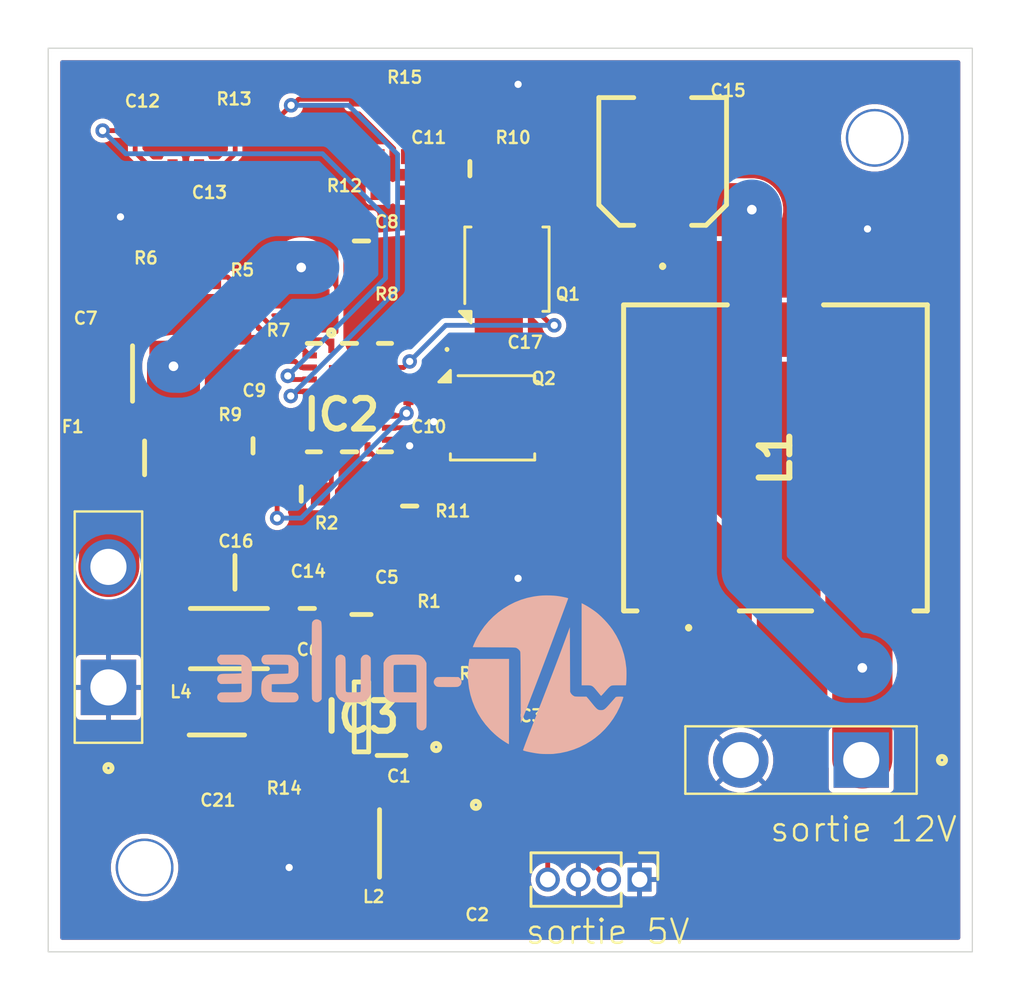
<source format=kicad_pcb>
(kicad_pcb (version 20241229) (generator "pcbnew") (generator_version "9.0")
  (layers (0 "F.Cu" signal) (2 "B.Cu" signal) (13 "F.Paste" user) (15 "B.Paste" user) (5 "F.SilkS" user "F.Silkscreen") (7 "B.SilkS" user "B.Silkscreen") (1 "F.Mask" user) (3 "B.Mask" user) (25 "Edge.Cuts" user))
  (net 0 "")
  (net 1 "Net-(IC3-EN)")
  (net 2 "GND")
  (net 3 "Net-(IC3-CB)")
  (net 4 "Net-(IC3-SW)")
  (net 5 "Net-(IC3-FB)")
  (net 6 "Net-(IC2-SW)")
  (net 7 "Net-(IC2-HO)")
  (net 8 "Net-(IC2-VIN)")
  (net 9 "Net-(IC2-LO)")
  (net 10 "Net-(IC2-VCC)")
  (net 11 "Net-(IC2-SYNCIN)")
  (net 12 "Net-(IC2-PGOOD)")
  (net 13 "Net-(IC2-BST)")
  (net 14 "Net-(C12-Pad2)")
  (net 15 "Net-(IC2-ILIM)")
  (net 16 "Net-(C11-Pad1)")
  (net 17 "Net-(C21-Pad1)")
  (net 20 "Net-(IC2-RT)")
  (net 21 "Net-(IC2-EN{slash}UVLO)")
  (net 23 "Net-(IC2-SS{slash}TRK)")
  (net 24 "Net-(IC2-COMP)")
  (net 25 "Net-(IC2-FB)")
  (net 26 "Net-(C15-+)")
  (net 28 "Net-(C16-Pad1)")
  (net 29 "Net-(J4-Pin_2)")
  (net 30 "Net-(F1-Pad1)")
  (footprint "converter:SOT95P280X145-6N" (layer "F.Cu") (at 177 101.75 180)
    (property "Reference" "IC3" (at 0 0 180) (layer "F.SilkS") (effects (font (size 1.27 1.27) (thickness 0.254))))
    (property "Value" "LMR50410YQDBVRQ1" (hide yes))
    (pad "1" smd rect (at -1.25 -0.95 270) (size 0.6 1.2) (layers "F.Cu" "F.Mask" "F.Paste") (net 3 "Net-(IC3-CB)"))
    (pad "2" smd rect (at -1.25 0 270) (size 0.6 1.2) (layers "F.Cu" "F.Mask" "F.Paste") (net 2 "GND"))
    (pad "3" smd rect (at -1.25 0.95 270) (size 0.6 1.2) (layers "F.Cu" "F.Mask" "F.Paste") (net 5 "Net-(IC3-FB)"))
    (pad "4" smd rect (at 1.25 0.95 270) (size 0.6 1.2) (layers "F.Cu" "F.Mask" "F.Paste") (net 1 "Net-(IC3-EN)"))
    (pad "5" smd rect (at 1.25 0 270) (size 0.6 1.2) (layers "F.Cu" "F.Mask" "F.Paste") (net 1 "Net-(IC3-EN)"))
    (pad "6" smd rect (at 1.25 -0.95 270) (size 0.6 1.2) (layers "F.Cu" "F.Mask" "F.Paste") (net 4 "Net-(IC3-SW)"))
  )
  (footprint "12V Power Board composants:RESC1608X50N" (layer "F.Cu") (at 170 83.5 180)
    (property "Reference" "R6" (hide yes))
    (property "Value" "CRCW06038K25FKEA" (hide yes))
    (pad "1" smd rect (at -0.75 0 180) (size 0.85 1) (layers "F.Cu" "F.Mask" "F.Paste") (net 21 "Net-(IC2-EN{slash}UVLO)"))
    (pad "2" smd rect (at 0.75 0 180) (size 0.85 1) (layers "F.Cu" "F.Mask" "F.Paste") (net 2 "GND"))
  )
  (footprint "12V Power Board composants:RESC1005X40N" (layer "F.Cu") (at 179.25 98.5 90)
    (property "Reference" "R1" (hide yes))
    (property "Value" "CRCW040222K1FKED" (hide yes))
    (pad "1" smd rect (at -0.55 0 180) (size 0.6 0.75) (layers "F.Cu" "F.Mask" "F.Paste") (net 5 "Net-(IC3-FB)"))
    (pad "2" smd rect (at 0.55 0 180) (size 0.6 0.75) (layers "F.Cu" "F.Mask" "F.Paste") (net 2 "GND"))
  )
  (footprint "12V Power Board composants:RESC1608X55N" (layer "F.Cu") (at 174.5 92.5)
    (property "Reference" "R2" (hide yes))
    (property "Value" "RC0603FR-0720KL" (hide yes))
    (pad "1" smd rect (at -0.8 0) (size 0.8 0.95) (layers "F.Cu" "F.Mask" "F.Paste") (net 10 "Net-(IC2-VCC)"))
    (pad "2" smd rect (at 0.8 0) (size 0.8 0.95) (layers "F.Cu" "F.Mask" "F.Paste") (net 12 "Net-(IC2-PGOOD)"))
  )
  (footprint "12V Power Board composants:RESC1005X40N" (layer "F.Cu") (at 178.3 80 180)
    (property "Reference" "R12" (hide yes))
    (property "Value" "CRCW04022K49FKED" (hide yes))
    (pad "1" smd rect (at -0.55 0 270) (size 0.6 0.75) (layers "F.Cu" "F.Mask" "F.Paste") (net 26 "Net-(C15-+)"))
    (pad "2" smd rect (at 0.55 0 270) (size 0.6 0.75) (layers "F.Cu" "F.Mask" "F.Paste") (net 16 "Net-(C11-Pad1)"))
  )
  (footprint "12V Power Board composants:RESC1005X40N" (layer "F.Cu") (at 180.5 100.75 180)
    (property "Reference" "R4" (hide yes))
    (property "Value" "CRCW040288K7FKED" (hide yes))
    (pad "1" smd rect (at -0.55 0 270) (size 0.6 0.75) (layers "F.Cu" "F.Mask" "F.Paste") (net 29 "Net-(J4-Pin_2)"))
    (pad "2" smd rect (at 0.55 0 270) (size 0.6 0.75) (layers "F.Cu" "F.Mask" "F.Paste") (net 5 "Net-(IC3-FB)"))
  )
  (footprint "12V Power Board composants:RESC1005X40N" (layer "F.Cu") (at 181.05 92)
    (property "Reference" "R11" (hide yes))
    (property "Value" "CRCW04021K24FKED" (hide yes))
    (pad "1" smd rect (at -0.55 0 90) (size 0.6 0.75) (layers "F.Cu" "F.Mask" "F.Paste") (net 15 "Net-(IC2-ILIM)"))
    (pad "2" smd rect (at 0.55 0 90) (size 0.6 0.75) (layers "F.Cu" "F.Mask" "F.Paste") (net 6 "Net-(IC2-SW)"))
  )
  (footprint "12V Power Board composants:CAPC1608X80N" (layer "F.Cu") (at 174.75 97.25 90)
    (property "Reference" "C6" (hide yes))
    (property "Value" "C1608X5R1E106M080AC" (hide yes))
    (pad "1" smd rect (at -0.8 0 90) (size 0.54 0.94) (layers "F.Cu" "F.Mask" "F.Paste") (net 1 "Net-(IC3-EN)"))
    (pad "2" smd rect (at 0.8 0 90) (size 0.54 0.94) (layers "F.Cu" "F.Mask" "F.Paste") (net 2 "GND"))
  )
  (footprint "MountingHole:MountingHole_2.2mm_M2" (layer "F.Cu") (at 168 108)
    (property "Reference" "H3" (hide yes))
    (property "Value" "MountingHole" (hide yes))
    (pad "" np_thru_hole circle (at 0 0) (size 2.4 2.4) (drill 2.2) (layers "*.Cu" "*.Mask"))
  )
  (footprint "12V Power Board composants:FUSC3216X117N" (layer "F.Cu") (at 168 91)
    (property "Reference" "F1" (hide yes))
    (property "Value" "SF-1206HH12M-2" (hide yes))
    (pad "1" smd rect (at -1.47 0) (size 1.17 1.82) (layers "F.Cu" "F.Mask" "F.Paste") (net 30 "Net-(F1-Pad1)"))
    (pad "2" smd rect (at 1.47 0) (size 1.17 1.82) (layers "F.Cu" "F.Mask" "F.Paste") (net 28 "Net-(C16-Pad1)"))
  )
  (footprint "12V Power Board composants:1933189" (layer "F.Cu") (at 166.5 100.525 90)
    (property "Reference" "J3" (hide yes))
    (property "Value" "1933189" (hide yes))
    (pad "1" thru_hole rect (at 0 0 90) (size 2.3 2.3) (drill 1.5) (layers "*.Cu" "*.Mask") (net 2 "GND"))
    (pad "2" thru_hole circle (at 5 0 90) (size 2.3 2.3) (drill 1.5) (layers "*.Cu" "*.Mask") (net 30 "Net-(F1-Pad1)"))
  )
  (footprint "12V Power Board composants:CAPC1005X55N" (layer "F.Cu") (at 177 104.25)
    (property "Reference" "C1" (hide yes))
    (property "Value" "GRM155R71C104KA88D" (hide yes))
    (pad "1" smd rect (at -0.55 0) (size 0.42 0.62) (layers "F.Cu" "F.Mask" "F.Paste") (net 4 "Net-(IC3-SW)"))
    (pad "2" smd rect (at 0.55 0) (size 0.42 0.62) (layers "F.Cu" "F.Mask" "F.Paste") (net 3 "Net-(IC3-CB)"))
  )
  (footprint "12V Power Board composants:CAPC1005X55N" (layer "F.Cu") (at 169.71 78.92)
    (property "Reference" "C13" (hide yes))
    (property "Value" "CGA2B2X7R1H681K050BA" (hide yes))
    (pad "1" smd rect (at -0.55 0) (size 0.42 0.62) (layers "F.Cu" "F.Mask" "F.Paste") (net 24 "Net-(IC2-COMP)"))
    (pad "2" smd rect (at 0.55 0) (size 0.42 0.62) (layers "F.Cu" "F.Mask" "F.Paste") (net 25 "Net-(IC2-FB)"))
  )
  (footprint "12V Power Board composants:CAPC3216X180N" (layer "F.Cu") (at 171.75 95.75)
    (property "Reference" "C16" (hide yes))
    (property "Value" "GRM31CR71H475KA12L" (hide yes))
    (pad "1" smd rect (at -1.38 0) (size 1.07 1.82) (layers "F.Cu" "F.Mask" "F.Paste") (net 28 "Net-(C16-Pad1)"))
    (pad "2" smd rect (at 1.38 0) (size 1.07 1.82) (layers "F.Cu" "F.Mask" "F.Paste") (net 2 "GND"))
  )
  (footprint "12V Power Board composants:RESC1005X40N" (layer "F.Cu") (at 171.235 77.42)
    (property "Reference" "R13" (hide yes))
    (property "Value" "CRCW04022K37FKED" (hide yes))
    (pad "1" smd rect (at -0.55 0 90) (size 0.6 0.75) (layers "F.Cu" "F.Mask" "F.Paste") (net 14 "Net-(C12-Pad2)"))
    (pad "2" smd rect (at 0.55 0 90) (size 0.6 0.75) (layers "F.Cu" "F.Mask" "F.Paste") (net 25 "Net-(IC2-FB)"))
  )
  (footprint "12V Power Board composants:INDC3030X200N" (layer "F.Cu") (at 177.75 107)
    (property "Reference" "L2" (hide yes))
    (property "Value" "74438336047" (hide yes))
    (pad "1" smd rect (at -1.1 0) (size 1.75 3.2) (layers "F.Cu" "F.Mask" "F.Paste") (net 4 "Net-(IC3-SW)"))
    (pad "2" smd rect (at 1.1 0) (size 1.75 3.2) (layers "F.Cu" "F.Mask" "F.Paste") (net 29 "Net-(J4-Pin_2)"))
  )
  (footprint "12V Power Board composants:1933189" (layer "F.Cu") (at 197.74 103.54 180)
    (property "Reference" "J1" (hide yes))
    (property "Value" "1933189" (hide yes))
    (pad "1" thru_hole rect (at 0 0 180) (size 2.3 2.3) (drill 1.5) (layers "*.Cu" "*.Mask") (net 26 "Net-(C15-+)"))
    (pad "2" thru_hole circle (at 5 0 180) (size 2.3 2.3) (drill 1.5) (layers "*.Cu" "*.Mask") (net 2 "GND"))
  )
  (footprint "12V Power Board composants:CAPC3225X200N" (layer "F.Cu") (at 171 102.5 90)
    (property "Reference" "C21" (hide yes))
    (property "Value" "C3225X7S2A475M200AB" (hide yes))
    (pad "1" smd rect (at -1.6 0 90) (size 0.81 2.82) (layers "F.Cu" "F.Mask" "F.Paste") (net 17 "Net-(C21-Pad1)"))
    (pad "2" smd rect (at 1.6 0 90) (size 0.81 2.82) (layers "F.Cu" "F.Mask" "F.Paste") (net 2 "GND"))
  )
  (footprint "12V Power Board composants:CAPC1005X55N" (layer "F.Cu") (at 179.5 88.5)
    (property "Reference" "C10" (hide yes))
    (property "Value" "C1005X5R1V225K050BC" (hide yes))
    (pad "1" smd rect (at -0.55 0) (size 0.42 0.62) (layers "F.Cu" "F.Mask" "F.Paste") (net 10 "Net-(IC2-VCC)"))
    (pad "2" smd rect (at 0.55 0) (size 0.42 0.62) (layers "F.Cu" "F.Mask" "F.Paste") (net 2 "GND"))
  )
  (footprint "12V Power Board composants:CAPC1608X90N" (layer "F.Cu") (at 177 82 90)
    (property "Reference" "C8" (hide yes))
    (property "Value" "CGA3E2X7R1H104K080AA" (hide yes))
    (pad "1" smd rect (at -0.8 0 90) (size 0.54 0.94) (layers "F.Cu" "F.Mask" "F.Paste") (net 8 "Net-(IC2-VIN)"))
    (pad "2" smd rect (at 0.8 0 90) (size 0.54 0.94) (layers "F.Cu" "F.Mask" "F.Paste") (net 2 "GND"))
  )
  (footprint "12V Power Board composants:RESC1608X55N" (layer "F.Cu") (at 172.5 90.5 180)
    (property "Reference" "R9" (hide yes))
    (property "Value" "RC0603FR-0720KL" (hide yes))
    (pad "1" smd rect (at -0.8 0 180) (size 0.8 0.95) (layers "F.Cu" "F.Mask" "F.Paste") (net 11 "Net-(IC2-SYNCIN)"))
    (pad "2" smd rect (at 0.8 0 180) (size 0.8 0.95) (layers "F.Cu" "F.Mask" "F.Paste") (net 10 "Net-(IC2-VCC)"))
  )
  (footprint "12V Power Board composants:C0805" (layer "F.Cu") (at 181.75 107.15 -90)
    (property "Reference" "C2" (hide yes))
    (property "Value" "C0805C106K8PACTU" (hide yes))
    (pad "1" smd rect (at -0.9 0 270) (size 1.15 1.45) (layers "F.Cu" "F.Mask" "F.Paste") (net 29 "Net-(J4-Pin_2)"))
    (pad "2" smd rect (at 0.9 0 270) (size 1.15 1.45) (layers "F.Cu" "F.Mask" "F.Paste") (net 2 "GND"))
  )
  (footprint "12V Power Board composants:INDPM3225X240N" (layer "F.Cu") (at 171.5 98.5)
    (property "Reference" "L4" (hide yes))
    (property "Value" "NLCV32T-R33M-EFRD" (hide yes))
    (pad "1" smd rect (at -1.5 0) (size 1.4 1.95) (layers "F.Cu" "F.Mask" "F.Paste") (net 28 "Net-(C16-Pad1)"))
    (pad "2" smd rect (at 1.5 0) (size 1.4 1.95) (layers "F.Cu" "F.Mask" "F.Paste") (net 1 "Net-(IC3-EN)"))
  )
  (footprint "MountingHole:MountingHole_2.2mm_M2" (layer "F.Cu") (at 198.3 77.72)
    (property "Reference" "H2" (hide yes))
    (property "Value" "MountingHole" (hide yes))
    (pad "" np_thru_hole circle (at 0 0) (size 2.4 2.4) (drill 2.2) (layers "*.Cu" "*.Mask"))
  )
  (footprint "Package_SON:VSON-8_3.3x3.3mm_P0.65mm_NexFET" (layer "F.Cu") (at 182.44 89.33)
    (property "Reference" "Q2" (hide yes))
    (property "Value" "CSD17577Q3A" (hide yes))
    (pad "1" smd roundrect (at -1.44 -0.97) (size 0.63 0.5) (layers "F.Cu" "F.Mask" "F.Paste") (net 2 "GND"))
    (pad "2" smd roundrect (at -1.44 -0.33) (size 0.63 0.5) (layers "F.Cu" "F.Mask" "F.Paste") (net 2 "GND"))
    (pad "3" smd roundrect (at -1.44 0.33) (size 0.63 0.5) (layers "F.Cu" "F.Mask" "F.Paste") (net 2 "GND"))
    (pad "4" smd roundrect (at -1.44 0.97) (size 0.63 0.5) (layers "F.Cu" "F.Mask" "F.Paste") (net 9 "Net-(IC2-LO)"))
    (pad "5" smd custom (at 0.385 0) (size 1.9 2.45) (layers "F.Cu" "F.Mask") (net 6 "Net-(IC2-SW)") (options (clearance outline) (anchor rect)) (primitives (gr_poly (pts (xy 1.371 -0.72) (xy 0.95 -0.72) (xy 0.95 -0.58) (xy 1.37 -0.58) (xy 1.37 -0.08) (xy 0.95 -0.08) (xy 0.95 0.08) (xy 1.37 0.08) (xy 1.37 0.58) (xy 0.95 0.58) (xy 0.95 0.72) (xy 1.37 0.72) (xy 1.37 1.225) (xy -0.95 1.225) (xy -0.95 -1.225) (xy 1.371 -1.225)) (width 0) (fill yes))))
  )
  (footprint "12V Power Board composants:C0805" (layer "F.Cu") (at 181.85 103)
    (property "Reference" "C3" (hide yes))
    (property "Value" "C0805C106K8PACTU (2X)" (hide yes))
    (pad "1" smd rect (at -0.9 0) (size 1.15 1.45) (layers "F.Cu" "F.Mask" "F.Paste") (net 29 "Net-(J4-Pin_2)"))
    (pad "2" smd rect (at 0.9 0) (size 1.15 1.45) (layers "F.Cu" "F.Mask" "F.Paste") (net 2 "GND"))
  )
  (footprint "12V Power Board composants:16SVF82M" (layer "F.Cu") (at 189.5 78.7 90)
    (property "Reference" "C15" (hide yes))
    (property "Value" "20SVPF56MX" (hide yes))
    (pad "1" smd rect (at -2.2 0 180) (size 1.6 3) (layers "F.Cu" "F.Mask" "F.Paste") (net 26 "Net-(C15-+)"))
    (pad "2" smd rect (at 2.2 0 180) (size 1.6 3) (layers "F.Cu" "F.Mask" "F.Paste") (net 2 "GND"))
  )
  (footprint "12V Power Board composants:RESC1005X40N" (layer "F.Cu") (at 173 84.5 180)
    (property "Reference" "R5" (hide yes))
    (property "Value" "CRCW040269K8FKED" (hide yes))
    (pad "1" smd rect (at -0.55 0 270) (size 0.6 0.75) (layers "F.Cu" "F.Mask" "F.Paste") (net 28 "Net-(C16-Pad1)"))
    (pad "2" smd rect (at 0.55 0 270) (size 0.6 0.75) (layers "F.Cu" "F.Mask" "F.Paste") (net 21 "Net-(IC2-EN{slash}UVLO)"))
  )
  (footprint "12V Power Board composants:GCM155" (layer "F.Cu") (at 181.5 86.5)
    (property "Reference" "C17" (hide yes))
    (property "Value" "GCM1555C1H100FA16D" (hide yes))
    (pad "1" smd rect (at -0.475 0) (size 0.45 0.6) (layers "F.Cu" "F.Mask" "F.Paste") (net 13 "Net-(IC2-BST)"))
    (pad "2" smd rect (at 0.475 0) (size 0.45 0.6) (layers "F.Cu" "F.Mask" "F.Paste") (net 6 "Net-(IC2-SW)"))
  )
  (footprint "Connector_PinHeader_1.27mm:PinHeader_1x04_P1.27mm_Vertical" (layer "F.Cu") (at 188.54 108.5 -90)
    (property "Reference" "J4" (hide yes))
    (property "Value" "Conn_01x04_Pin" (hide yes))
    (pad "1" thru_hole rect (at 0 0 270) (size 1 1) (drill 0.65) (layers "*.Cu" "*.Mask") (net 2 "GND"))
    (pad "2" thru_hole oval (at 0 1.27 270) (size 1 1) (drill 0.65) (layers "*.Cu" "*.Mask") (net 29 "Net-(J4-Pin_2)"))
    (pad "3" thru_hole oval (at 0 2.54 270) (size 1 1) (drill 0.65) (layers "*.Cu" "*.Mask") (net 2 "GND"))
    (pad "4" thru_hole oval (at 0 3.81 270) (size 1 1) (drill 0.65) (layers "*.Cu" "*.Mask") (net 29 "Net-(J4-Pin_2)"))
  )
  (footprint "12V Power Board composants:GRM18x" (layer "F.Cu") (at 177 97.5 90)
    (property "Reference" "C5" (hide yes))
    (property "Value" "GRM188R72A104KA35J" (hide yes))
    (pad "1" smd rect (at -0.675 0 90) (size 0.65 0.7) (layers "F.Cu" "F.Mask" "F.Paste") (net 1 "Net-(IC3-EN)"))
    (pad "2" smd rect (at 0.675 0 90) (size 0.65 0.7) (layers "F.Cu" "F.Mask" "F.Paste") (net 2 "GND"))
  )
  (footprint "12V Power Board composants:RGY0020B" (layer "F.Cu") (at 176.5 88.5)
    (property "Reference" "IC2" (at -0.323 0.711 0) (layer "F.SilkS") (effects (font (size 1.27 1.27) (thickness 0.254))))
    (property "Value" "LM25145RGYR" (hide yes))
    (pad "1" smd rect (at -0.75 -2.15) (size 0.25 0.6) (layers "F.Cu" "F.Mask" "F.Paste") (net 21 "Net-(IC2-EN{slash}UVLO)"))
    (pad "2" smd rect (at -1.65 -1.75 90) (size 0.25 0.6) (layers "F.Cu" "F.Mask" "F.Paste") (net 20 "Net-(IC2-RT)"))
    (pad "3" smd rect (at -1.65 -1.25 90) (size 0.25 0.6) (layers "F.Cu" "F.Mask" "F.Paste") (net 23 "Net-(IC2-SS{slash}TRK)"))
    (pad "4" smd rect (at -1.65 -0.75 90) (size 0.25 0.6) (layers "F.Cu" "F.Mask" "F.Paste") (net 24 "Net-(IC2-COMP)"))
    (pad "5" smd rect (at -1.65 -0.25 90) (size 0.25 0.6) (layers "F.Cu" "F.Mask" "F.Paste") (net 25 "Net-(IC2-FB)"))
    (pad "6" smd rect (at -1.65 0.25 90) (size 0.25 0.6) (layers "F.Cu" "F.Mask" "F.Paste") (net 2 "GND"))
    (pad "7" smd rect (at -1.65 0.75 90) (size 0.25 0.6) (layers "F.Cu" "F.Mask" "F.Paste"))
    (pad "8" smd rect (at -1.65 1.25 90) (size 0.25 0.6) (layers "F.Cu" "F.Mask" "F.Paste") (net 11 "Net-(IC2-SYNCIN)"))
    (pad "9" smd rect (at -1.65 1.75 90) (size 0.25 0.6) (layers "F.Cu" "F.Mask" "F.Paste"))
    (pad "10" smd rect (at -0.75 2.15) (size 0.25 0.6) (layers "F.Cu" "F.Mask" "F.Paste") (net 12 "Net-(IC2-PGOOD)"))
    (pad "11" smd rect (at 0.75 2.15) (size 0.25 0.6) (layers "F.Cu" "F.Mask" "F.Paste") (net 15 "Net-(IC2-ILIM)"))
    (pad "12" smd rect (at 1.65 1.75 90) (size 0.25 0.6) (layers "F.Cu" "F.Mask" "F.Paste") (net 2 "GND"))
    (pad "13" smd rect (at 1.65 1.25 90) (size 0.25 0.6) (layers "F.Cu" "F.Mask" "F.Paste") (net 9 "Net-(IC2-LO)"))
    (pad "14" smd rect (at 1.65 0.75 90) (size 0.25 0.6) (layers "F.Cu" "F.Mask" "F.Paste") (net 10 "Net-(IC2-VCC)"))
    (pad "15" smd rect (at 1.65 0.25 90) (size 0.25 0.6) (layers "F.Cu" "F.Mask" "F.Paste") (net 2 "GND"))
    (pad "16" smd rect (at 1.65 -0.25 90) (size 0.25 0.6) (layers "F.Cu" "F.Mask" "F.Paste"))
    (pad "17" smd rect (at 1.65 -0.75 90) (size 0.25 0.6) (layers "F.Cu" "F.Mask" "F.Paste") (net 13 "Net-(IC2-BST)"))
    (pad "18" smd rect (at 1.65 -1.25 90) (size 0.25 0.6) (layers "F.Cu" "F.Mask" "F.Paste") (net 7 "Net-(IC2-HO)"))
    (pad "19" smd rect (at 1.65 -1.75 90) (size 0.25 0.6) (layers "F.Cu" "F.Mask" "F.Paste") (net 6 "Net-(IC2-SW)"))
    (pad "20" smd rect (at 0.75 -2.15) (size 0.25 0.6) (layers "F.Cu" "F.Mask" "F.Paste") (net 8 "Net-(IC2-VIN)"))
    (pad "21" smd rect (at 0 0) (size 1.7 2.7) (layers "F.Cu" "F.Mask" "F.Paste") (net 2 "GND"))
  )
  (footprint "12V Power Board composants:CAPC3225X270N" (layer "F.Cu") (at 167.5 87.5 180)
    (property "Reference" "C7" (hide yes))
    (property "Value" "GRM32ER71H475KA88L" (hide yes))
    (pad "1" smd rect (at -1.33 0 180) (size 1.26 2.72) (layers "F.Cu" "F.Mask" "F.Paste") (net 28 "Net-(C16-Pad1)"))
    (pad "2" smd rect (at 1.33 0 180) (size 1.26 2.72) (layers "F.Cu" "F.Mask" "F.Paste") (net 2 "GND"))
  )
  (footprint "12V Power Board composants:RESC1005X40N" (layer "F.Cu") (at 173.25 103 -90)
    (property "Reference" "R14" (hide yes))
    (property "Value" "CRCW04021R00FKED" (hide yes))
    (pad "1" smd rect (at -0.55 0) (size 0.6 0.75) (layers "F.Cu" "F.Mask" "F.Paste") (net 1 "Net-(IC3-EN)"))
    (pad "2" smd rect (at 0.55 0) (size 0.6 0.75) (layers "F.Cu" "F.Mask" "F.Paste") (net 17 "Net-(C21-Pad1)"))
  )
  (footprint "12V Power Board composants:CAPC1005X55N" (layer "F.Cu") (at 178.3 78.5)
    (property "Reference" "C11" (hide yes))
    (property "Value" "CGA2B2X7R1H681K050BA" (hide yes))
    (pad "1" smd rect (at -0.55 0) (size 0.42 0.62) (layers "F.Cu" "F.Mask" "F.Paste") (net 16 "Net-(C11-Pad1)"))
    (pad "2" smd rect (at 0.55 0) (size 0.42 0.62) (layers "F.Cu" "F.Mask" "F.Paste") (net 25 "Net-(IC2-FB)"))
  )
  (footprint "12V Power Board composants:RESC1608X55N" (layer "F.Cu") (at 181.5 79 180)
    (property "Reference" "R10" (hide yes))
    (property "Value" "RC0603FR-0718KL" (hide yes))
    (pad "1" smd rect (at -0.8 0 180) (size 0.8 0.95) (layers "F.Cu" "F.Mask" "F.Paste") (net 26 "Net-(C15-+)"))
    (pad "2" smd rect (at 0.8 0 180) (size 0.8 0.95) (layers "F.Cu" "F.Mask" "F.Paste") (net 25 "Net-(IC2-FB)"))
  )
  (footprint "12V Power Board composants:CAPC1005X55N" (layer "F.Cu") (at 172.5 87.5 180)
    (property "Reference" "C9" (hide yes))
    (property "Value" "GRM155R71C563KA88D" (hide yes))
    (pad "1" smd rect (at -0.55 0 180) (size 0.42 0.62) (layers "F.Cu" "F.Mask" "F.Paste") (net 23 "Net-(IC2-SS{slash}TRK)"))
    (pad "2" smd rect (at 0.55 0 180) (size 0.42 0.62) (layers "F.Cu" "F.Mask" "F.Paste") (net 2 "GND"))
  )
  (footprint "12V Power Board composants:RESC1005X40N" (layer "F.Cu") (at 171.5 86 180)
    (property "Reference" "R7" (hide yes))
    (property "Value" "CRCW040239K2FKED" (hide yes))
    (pad "1" smd rect (at -0.55 0 270) (size 0.6 0.75) (layers "F.Cu" "F.Mask" "F.Paste") (net 20 "Net-(IC2-RT)"))
    (pad "2" smd rect (at 0.55 0 270) (size 0.6 0.75) (layers "F.Cu" "F.Mask" "F.Paste") (net 2 "GND"))
  )
  (footprint "12V Power Board composants:RESC1608X50N" (layer "F.Cu") (at 176 84.5)
    (property "Reference" "R8" (hide yes))
    (property "Value" "CRCW06032R10FKEA" (hide yes))
    (pad "1" smd rect (at -0.75 0) (size 0.85 1) (layers "F.Cu" "F.Mask" "F.Paste") (net 28 "Net-(C16-Pad1)"))
    (pad "2" smd rect (at 0.75 0) (size 0.85 1) (layers "F.Cu" "F.Mask" "F.Paste") (net 8 "Net-(IC2-VIN)"))
  )
  (footprint "12V Power Board composants:RESC1005X40N" (layer "F.Cu") (at 177.41 76.12)
    (property "Reference" "R15" (hide yes))
    (property "Value" "CRCW04021K27FKED" (hide yes))
    (pad "1" smd rect (at -0.55 0 90) (size 0.6 0.75) (layers "F.Cu" "F.Mask" "F.Paste") (net 25 "Net-(IC2-FB)"))
    (pad "2" smd rect (at 0.55 0 90) (size 0.6 0.75) (layers "F.Cu" "F.Mask" "F.Paste") (net 2 "GND"))
  )
  (footprint "Package_SON:VSON-8_3.3x3.3mm_P0.65mm_NexFET" (layer "F.Cu") (at 183.0275 83.17 90)
    (property "Reference" "Q1" (hide yes))
    (property "Value" "CSD17577Q3A" (hide yes))
    (pad "1" smd roundrect (at -1.44 -0.97 90) (size 0.63 0.5) (layers "F.Cu" "F.Mask" "F.Paste") (net 6 "Net-(IC2-SW)"))
    (pad "2" smd roundrect (at -1.44 -0.33 90) (size 0.63 0.5) (layers "F.Cu" "F.Mask" "F.Paste") (net 6 "Net-(IC2-SW)"))
    (pad "3" smd roundrect (at -1.44 0.33 90) (size 0.63 0.5) (layers "F.Cu" "F.Mask" "F.Paste") (net 6 "Net-(IC2-SW)"))
    (pad "4" smd roundrect (at -1.44 0.97 90) (size 0.63 0.5) (layers "F.Cu" "F.Mask" "F.Paste") (net 7 "Net-(IC2-HO)"))
    (pad "5" smd custom (at 0.385 0 90) (size 1.9 2.45) (layers "F.Cu" "F.Mask") (net 8 "Net-(IC2-VIN)") (options (clearance outline) (anchor rect)) (primitives (gr_poly (pts (xy 1.371 -0.72) (xy 0.95 -0.72) (xy 0.95 -0.58) (xy 1.37 -0.58) (xy 1.37 -0.08) (xy 0.95 -0.08) (xy 0.95 0.08) (xy 1.37 0.08) (xy 1.37 0.58) (xy 0.95 0.58) (xy 0.95 0.72) (xy 1.37 0.72) (xy 1.37 1.225) (xy -0.95 1.225) (xy -0.95 -1.225) (xy 1.371 -1.225)) (width 0) (fill yes))))
  )
  (footprint "12V Power Board composants:CAPC1608X90N" (layer "F.Cu") (at 179 93 -90)
    (property "Reference" "C14" (hide yes))
    (property "Value" "GRM1885C2A100JA01D" (hide yes))
    (pad "1" smd rect (at -0.8 0 270) (size 0.54 0.94) (layers "F.Cu" "F.Mask" "F.Paste") (net 15 "Net-(IC2-ILIM)"))
    (pad "2" smd rect (at 0.8 0 270) (size 0.54 0.94) (layers "F.Cu" "F.Mask" "F.Paste") (net 2 "GND"))
  )
  (footprint "12V Power Board composants:SER1360272KLD" (layer "F.Cu") (at 194.18 91 90)
    (property "Reference" "L1" (at 0 0 90) (layer "F.SilkS") (effects (font (size 1.27 1.27) (thickness 0.254))))
    (property "Value" "SER1360-272KLD" (hide yes))
    (pad "1" smd rect (at -5.32 -3.605 90) (size 2.26 3.07) (layers "F.Cu" "F.Mask" "F.Paste") (net 6 "Net-(IC2-SW)"))
    (pad "2" smd rect (at -5.32 3.605 90) (size 2.26 3.07) (layers "F.Cu" "F.Mask" "F.Paste") (net 26 "Net-(C15-+)"))
    (pad "3" smd rect (at 5.32 0 90) (size 2.26 2.77) (layers "F.Cu" "F.Mask" "F.Paste"))
  )
  (footprint "12V Power Board composants:CAPC1005X55N" (layer "F.Cu") (at 168.16 77.42)
    (property "Reference" "C12" (hide yes))
    (property "Value" "GRM155R71C822KA01D" (hide yes))
    (pad "1" smd rect (at -0.55 0) (size 0.42 0.62) (layers "F.Cu" "F.Mask" "F.Paste") (net 24 "Net-(IC2-COMP)"))
    (pad "2" smd rect (at 0.55 0) (size 0.42 0.62) (layers "F.Cu" "F.Mask" "F.Paste") (net 14 "Net-(C12-Pad2)"))
  )
  (footprint "Logo:N_pulse_logo_petit" (layer "B.Cu") (at 179.5 100 180)
    (property "Reference" "G***" (hide yes))
    (property "Value" "LOGO" (hide yes))
  )
  (gr_rect (start 164 74) (end 202.35 111.5) (stroke (width 0.05)) (fill no) (layer "Edge.Cuts"))
  (gr_text "R6" (at 167.5 83 0) (layer "F.SilkS") (effects (font (size 0.5 0.5) (thickness 0.1)) (justify left bottom)))
  (gr_text "C12" (at 167.12 76.49 0) (layer "F.SilkS") (effects (font (size 0.5 0.5) (thickness 0.1)) (justify left bottom)))
  (gr_text "R14" (at 173 105 0) (layer "F.SilkS") (effects (font (size 0.5 0.5) (thickness 0.1)) (justify left bottom)))
  (gr_text "R2" (at 175 94 0) (layer "F.SilkS") (effects (font (size 0.5 0.5) (thickness 0.1)) (justify left bottom)))
  (gr_text "C17" (at 183 86.5 0) (layer "F.SilkS") (effects (font (size 0.5 0.5) (thickness 0.1)) (justify left bottom)))
  (gr_text "C3" (at 183.5 102 0) (layer "F.SilkS") (effects (font (size 0.5 0.5) (thickness 0.1)) (justify left bottom)))
  (gr_text "F1" (at 164.5 90 0) (layer "F.SilkS") (effects (font (size 0.5 0.5) (thickness 0.1)) (justify left bottom)))
  (gr_text "R13" (at 170.92 76.4 0) (layer "F.SilkS") (effects (font (size 0.5 0.5) (thickness 0.1)) (justify left bottom)))
  (gr_text "R8" (at 177.5 84.5 0) (layer "F.SilkS") (effects (font (size 0.5 0.5) (thickness 0.1)) (justify left bottom)))
  (gr_text "C11" (at 179 78 0) (layer "F.SilkS") (effects (font (size 0.5 0.5) (thickness 0.1)) (justify left bottom)))
  (gr_text "C13" (at 169.9 80.28 0) (layer "F.SilkS") (effects (font (size 0.5 0.5) (thickness 0.1)) (justify left bottom)))
  (gr_text "C21" (at 170.25 105.5 0) (layer "F.SilkS") (effects (font (size 0.5 0.5) (thickness 0.1)) (justify left bottom)))
  (gr_text "R11" (at 180 93.5 0) (layer "F.SilkS") (effects (font (size 0.5 0.5) (thickness 0.1)) (justify left bottom)))
  (gr_text "sortie 12V" (at 193.89 107 0) (layer "F.SilkS") (effects (font (size 1 1) (thickness 0.1)) (justify left bottom)))
  (gr_text "sortie 5V" (at 183.75 111.25 0) (layer "F.SilkS") (effects (font (size 1 1) (thickness 0.1)) (justify left bottom)))
  (gr_text "Q1" (at 185 84.5 0) (layer "F.SilkS") (effects (font (size 0.5 0.5) (thickness 0.1)) (justify left bottom)))
  (gr_text "C10" (at 179 90 0) (layer "F.SilkS") (effects (font (size 0.5 0.5) (thickness 0.1)) (justify left bottom)))
  (gr_text "C2" (at 181.25 110.25 0) (layer "F.SilkS") (effects (font (size 0.5 0.5) (thickness 0.1)) (justify left bottom)))
  (gr_text "R7" (at 173 86 0) (layer "F.SilkS") (effects (font (size 0.5 0.5) (thickness 0.1)) (justify left bottom)))
  (gr_text "C14" (at 174 96 0) (layer "F.SilkS") (effects (font (size 0.5 0.5) (thickness 0.1)) (justify left bottom)))
  (gr_text "C6" (at 174.25 99.25 0) (layer "F.SilkS") (effects (font (size 0.5 0.5) (thickness 0.1)) (justify left bottom)))
  (gr_text "C8" (at 177.5 81.5 0) (layer "F.SilkS") (effects (font (size 0.5 0.5) (thickness 0.1)) (justify left bottom)))
  (gr_text "R15" (at 178 75.5 0) (layer "F.SilkS") (effects (font (size 0.5 0.5) (thickness 0.1)) (justify left bottom)))
  (gr_text "C15" (at 191.425 76.05 0) (layer "F.SilkS") (effects (font (size 0.5 0.5) (thickness 0.1)) (justify left bottom)))
  (gr_text "C7" (at 165 85.5 0) (layer "F.SilkS") (effects (font (size 0.5 0.5) (thickness 0.1)) (justify left bottom)))
  (gr_text "Q2" (at 184 88 0) (layer "F.SilkS") (effects (font (size 0.5 0.5) (thickness 0.1)) (justify left bottom)))
  (gr_text "R1" (at 179.25 97.25 0) (layer "F.SilkS") (effects (font (size 0.5 0.5) (thickness 0.1)) (justify left bottom)))
  (gr_text "C1" (at 178 104.5 0) (layer "F.SilkS") (effects (font (size 0.5 0.5) (thickness 0.1)) (justify left bottom)))
  (gr_text "L2" (at 177 109.5 0) (layer "F.SilkS") (effects (font (size 0.5 0.5) (thickness 0.1)) (justify left bottom)))
  (gr_text "L4" (at 169 101 0) (layer "F.SilkS") (effects (font (size 0.5 0.5) (thickness 0.1)) (justify left bottom)))
  (gr_text "R9" (at 171 89.5 0) (layer "F.SilkS") (effects (font (size 0.5 0.5) (thickness 0.1)) (justify left bottom)))
  (gr_text "C9" (at 172 88.5 0) (layer "F.SilkS") (effects (font (size 0.5 0.5) (thickness 0.1)) (justify left bottom)))
  (gr_text "R10" (at 182.5 78 0) (layer "F.SilkS") (effects (font (size 0.5 0.5) (thickness 0.1)) (justify left bottom)))
  (gr_text "C16" (at 171 94.75 0) (layer "F.SilkS") (effects (font (size 0.5 0.5) (thickness 0.1)) (justify left bottom)))
  (gr_text "C5" (at 177.5 96.25 0) (layer "F.SilkS") (effects (font (size 0.5 0.5) (thickness 0.1)) (justify left bottom)))
  (gr_text "R12" (at 175.5 80 0) (layer "F.SilkS") (effects (font (size 0.5 0.5) (thickness 0.1)) (justify left bottom)))
  (gr_text "R4" (at 181 100.25 0) (layer "F.SilkS") (effects (font (size 0.5 0.5) (thickness 0.1)) (justify left bottom)))
  (gr_text "R5" (at 171.5 83.5 0) (layer "F.SilkS") (effects (font (size 0.5 0.5) (thickness 0.1)) (justify left bottom)))
  (segment (start 173.45 98.05) (end 173 98.5) (width 0.2) (layer "F.Cu") (net 1))
  (segment (start 174.75 98.05) (end 176.875 98.05) (width 0.2) (layer "F.Cu") (net 1))
  (segment (start 174.75 98.05) (end 173.45 98.05) (width 0.2) (layer "F.Cu") (net 1))
  (segment (start 177 99.55) (end 175.75 100.8) (width 0.2) (layer "F.Cu") (net 1))
  (segment (start 173.95 101.75) (end 175.75 101.75) (width 0.2) (layer "F.Cu") (net 1))
  (segment (start 173.25 102.45) (end 173.95 101.75) (width 0.2) (layer "F.Cu") (net 1))
  (segment (start 177 98.175) (end 177 99.55) (width 0.2) (layer "F.Cu") (net 1))
  (segment (start 176.875 98.05) (end 177 98.175) (width 0.2) (layer "F.Cu") (net 1))
  (segment (start 188 110) (end 188.54 109.46) (width 0.2) (layer "F.Cu") (net 2))
  (segment (start 186 109.75) (end 186.25 110) (width 0.2) (layer "F.Cu") (net 2))
  (segment (start 178.15 90.25) (end 178.75 90.25) (width 0.2) (layer "F.Cu") (net 2))
  (segment (start 176.5 91.3) (end 179 93.8) (width 0.2) (layer "F.Cu") (net 2))
  (segment (start 176.25 88.75) (end 176.5 88.5) (width 0.2) (layer "F.Cu") (net 2))
  (segment (start 174.85 88.75) (end 176.25 88.75) (width 0.2) (layer "F.Cu") (net 2))
  (segment (start 178.75 90.25) (end 179 90.5) (width 0.2) (layer "F.Cu") (net 2))
  (segment (start 176.5 88.5) (end 176.5 91.3) (width 0.2) (layer "F.Cu") (net 2))
  (segment (start 186.25 110) (end 188 110) (width 0.2) (layer "F.Cu") (net 2))
  (segment (start 188.54 109.46) (end 188.54 108.5) (width 0.2) (layer "F.Cu") (net 2))
  (segment (start 181 89) (end 181 89.66) (width 0.2) (layer "F.Cu") (net 2))
  (segment (start 186 108.5) (end 186 109.75) (width 0.2) (layer "F.Cu") (net 2))
  (segment (start 176.75 88.75) (end 176.5 88.5) (width 0.2) (layer "F.Cu") (net 2))
  (segment (start 178.15 88.75) (end 176.75 88.75) (width 0.2) (layer "F.Cu") (net 2))
  (via (at 183.5 75.5) (size 0.6) (drill 0.3) (layers "F.Cu" "B.Cu") (net 2))
  (via (at 183.5 96) (size 0.6) (drill 0.3) (layers "F.Cu" "B.Cu") (net 2))
  (via (at 180 89.5) (size 0.6) (drill 0.3) (layers "F.Cu" "B.Cu") (net 2))
  (via (at 179 90.5) (size 0.6) (drill 0.3) (layers "F.Cu" "B.Cu") (net 2))
  (via (at 198 81.5) (size 0.6) (drill 0.3) (layers "F.Cu" "B.Cu") (net 2))
  (via (at 167 81) (size 0.6) (drill 0.3) (layers "F.Cu" "B.Cu") (net 2))
  (via (at 174 108) (size 0.6) (drill 0.3) (layers "F.Cu" "B.Cu") (net 2))
  (segment (start 177.55 103.4) (end 178.25 102.7) (width 0.2) (layer "F.Cu") (net 3))
  (segment (start 177.55 104.25) (end 177.55 103.4) (width 0.2) (layer "F.Cu") (net 3))
  (segment (start 175.75 103.55) (end 176.45 104.25) (width 0.2) (layer "F.Cu") (net 4))
  (segment (start 176.45 104.7) (end 176.65 104.9) (width 0.2) (layer "F.Cu") (net 4))
  (segment (start 175.75 102.7) (end 175.75 103.55) (width 0.2) (layer "F.Cu") (net 4))
  (segment (start 176.65 104.9) (end 176.65 107) (width 0.2) (layer "F.Cu") (net 4))
  (segment (start 176.45 104.25) (end 176.45 104.7) (width 0.2) (layer "F.Cu") (net 4))
  (segment (start 179.9 100.8) (end 179.95 100.75) (width 0.2) (layer "F.Cu") (net 5))
  (segment (start 178.25 100.8) (end 179.9 100.8) (width 0.2) (layer "F.Cu") (net 5))
  (segment (start 178.25 100.8) (end 178.25 100.05) (width 0.2) (layer "F.Cu") (net 5))
  (segment (start 178.25 100.05) (end 179.25 99.05) (width 0.2) (layer "F.Cu") (net 5))
  (segment (start 178.15 86.72) (end 180.26 84.61) (width 0.2) (layer "F.Cu") (net 6))
  (segment (start 181.975 84.745) (end 182.11 84.61) (width 0.2) (layer "F.Cu") (net 6))
  (segment (start 182.11 89.115) (end 182.325 89.33) (width 0.2) (layer "F.Cu") (net 6))
  (segment (start 180.26 84.61) (end 182.0575 84.61) (width 0.2) (layer "F.Cu") (net 6))
  (segment (start 178.15 86.75) (end 178.15 86.72) (width 0.2) (layer "F.Cu") (net 6))
  (segment (start 183.325 89.33) (end 183.585 89.33) (width 0.2) (layer "F.Cu") (net 6))
  (segment (start 183.5 84.7) (end 183.41 84.61) (width 0.2) (layer "F.Cu") (net 6))
  (segment (start 184.8875 85.5) (end 183.9975 84.61) (width 0.2) (layer "F.Cu") (net 7))
  (segment (start 178.15 87.25) (end 178.75 87.25) (width 0.2) (layer "F.Cu") (net 7))
  (segment (start 185 85.5) (end 184.8875 85.5) (width 0.2) (layer "F.Cu") (net 7))
  (segment (start 178.75 87.25) (end 179 87) (width 0.2) (layer "F.Cu") (net 7))
  (via (at 179 87) (size 0.6) (drill 0.3) (layers "F.Cu" "B.Cu") (net 7))
  (via (at 185 85.5) (size 0.6) (drill 0.3) (layers "F.Cu" "B.Cu") (net 7))
  (segment (start 180.5 85.5) (end 179 87) (width 0.2) (layer "B.Cu") (net 7))
  (segment (start 185 85.5) (end 180.5 85.5) (width 0.2) (layer "B.Cu") (net 7))
  (segment (start 179.666111 90.3) (end 179.116111 89.75) (width 0.2) (layer "F.Cu") (net 9))
  (segment (start 179.116111 89.75) (end 178.15 89.75) (width 0.2) (layer "F.Cu") (net 9))
  (segment (start 181 90.3) (end 179.666111 90.3) (width 0.2) (layer "F.Cu") (net 9))
  (segment (start 172.5 92.5) (end 173.7 92.5) (width 0.2) (layer "F.Cu") (net 10))
  (segment (start 178.767582 89.25) (end 178.15 89.25) (width 0.2) (layer "F.Cu") (net 10))
  (segment (start 178.95 89.067582) (end 178.867582 89.15) (width 0.2) (layer "F.Cu") (net 10))
  (segment (start 178.95 88.5) (end 178.95 89.067582) (width 0.2) (layer "F.Cu") (net 10))
  (segment (start 171.7 90.5) (end 171.7 91.7) (width 0.2) (layer "F.Cu") (net 10))
  (segment (start 178.867582 89.15) (end 178.767582 89.25) (width 0.2) (layer "F.Cu") (net 10))
  (segment (start 173.5 92.7) (end 173.7 92.5) (width 0.2) (layer "F.Cu") (net 10))
  (segment (start 171.7 91.7) (end 172.5 92.5) (width 0.2) (layer "F.Cu") (net 10))
  (segment (start 173.5 93.5) (end 173.5 92.7) (width 0.2) (layer "F.Cu") (net 10))
  (segment (start 173.7 92.5) (end 173.55 92.5) (width 0.2) (layer "F.Cu") (net 10))
  (via (at 178.867582 89.15) (size 0.6) (drill 0.3) (layers "F.Cu" "B.Cu") (net 10))
  (via (at 173.5 93.5) (size 0.6) (drill 0.3) (layers "F.Cu" "B.Cu") (net 10))
  (segment (start 174.5 93.5) (end 173.5 93.5) (width 0.2) (layer "B.Cu") (net 10))
  (segment (start 176.5 91.5) (end 174.5 93.5) (width 0.2) (layer "B.Cu") (net 10))
  (segment (start 178.85 89.15) (end 176.5 91.5) (width 0.2) (layer "B.Cu") (net 10))
  (segment (start 178.867582 89.15) (end 178.85 89.15) (width 0.2) (layer "B.Cu") (net 10))
  (segment (start 173.3 90.5) (end 174.05 89.75) (width 0.2) (layer "F.Cu") (net 11))
  (segment (start 174.05 89.75) (end 174.85 89.75) (width 0.2) (layer "F.Cu") (net 11))
  (segment (start 175.75 92.05) (end 175.3 92.5) (width 0.2) (layer "F.Cu") (net 12))
  (segment (start 175.75 90.65) (end 175.75 92.05) (width 0.2) (layer "F.Cu") (net 12))
  (segment (start 179.775 87.75) (end 181.025 86.5) (width 0.2) (layer "F.Cu") (net 13))
  (segment (start 178.15 87.75) (end 179.775 87.75) (width 0.2) (layer "F.Cu") (net 13))
  (segment (start 168.71 77.42) (end 170.66 77.42) (width 0.2) (layer "F.Cu") (net 14))
  (segment (start 177.25 90.65) (end 178.8 92.2) (width 0.2) (layer "F.Cu") (net 15))
  (segment (start 178.8 92.2) (end 179 92.2) (width 0.2) (layer "F.Cu") (net 15))
  (segment (start 179 92.2) (end 180.3 92.2) (width 0.2) (layer "F.Cu") (net 15))
  (segment (start 180.3 92.2) (end 180.5 92) (width 0.2) (layer "F.Cu") (net 15))
  (segment (start 177.75 78.5) (end 177.75 80) (width 0.2) (layer "F.Cu") (net 16))
  (segment (start 171.55 103.55) (end 171 104.1) (width 0.2) (layer "F.Cu") (net 17))
  (segment (start 173.25 103.55) (end 171.55 103.55) (width 0.2) (layer "F.Cu") (net 17))
  (segment (start 172.55 86) (end 173.05 86.5) (width 0.2) (layer "F.Cu") (net 20))
  (segment (start 172.05 86) (end 172.55 86) (width 0.2) (layer "F.Cu") (net 20))
  (segment (start 174.6 86.5) (end 174.85 86.75) (width 0.2) (layer "F.Cu") (net 20))
  (segment (start 173.05 86.5) (end 174.6 86.5) (width 0.2) (layer "F.Cu") (net 20))
  (segment (start 172.45 84.5) (end 172.45 84.725) (width 0.2) (layer "F.Cu") (net 21))
  (segment (start 171.45 83.5) (end 172.45 84.5) (width 0.2) (layer "F.Cu") (net 21))
  (segment (start 175.5 86.1) (end 175.75 86.35) (width 0.2) (layer "F.Cu") (net 21))
  (segment (start 170.75 83.5) (end 171.45 83.5) (width 0.2) (layer "F.Cu") (net 21))
  (segment (start 173.825 86.1) (end 175.5 86.1) (width 0.2) (layer "F.Cu") (net 21))
  (segment (start 172.45 84.725) (end 173.825 86.1) (width 0.2) (layer "F.Cu") (net 21))
  (segment (start 173.55 87) (end 174.25 87) (width 0.2) (layer "F.Cu") (net 23))
  (segment (start 174.25 87) (end 174.5 87.25) (width 0.2) (layer "F.Cu") (net 23))
  (segment (start 174.5 87.25) (end 174.85 87.25) (width 0.2) (layer "F.Cu") (net 23))
  (segment (start 173.05 87.5) (end 173.55 87) (width 0.2) (layer "F.Cu") (net 23))
  (segment (start 167.61 78.32) (end 168.21 78.92) (width 0.2) (layer "F.Cu") (net 24))
  (segment (start 168.21 78.92) (end 169.16 78.92) (width 0.2) (layer "F.Cu") (net 24))
  (segment (start 173.941571 87.6) (end 174.091571 87.75) (width 0.2) (layer "F.Cu") (net 24))
  (segment (start 174.091571 87.75) (end 174.85 87.75) (width 0.2) (layer "F.Cu") (net 24))
  (segment (start 167.61 77.42) (end 167.61 78.32) (width 0.2) (layer "F.Cu") (net 24))
  (segment (start 166.26 77.42) (end 167.61 77.42) (width 0.2) (layer "F.Cu") (net 24))
  (via (at 166.26 77.42) (size 0.6) (drill 0.3) (layers "F.Cu" "B.Cu") (net 24))
  (via (at 173.941571 87.6) (size 0.6) (drill 0.3) (layers "F.Cu" "B.Cu") (net 24))
  (segment (start 167.22 78.38) (end 166.26 77.42) (width 0.2) (layer "B.Cu") (net 24))
  (segment (start 173.941571 87.6) (end 178 83.541571) (width 0.2) (layer "B.Cu") (net 24))
  (segment (start 178 83.541571) (end 178 81) (width 0.2) (layer "B.Cu") (net 24))
  (segment (start 178 81) (end 175.38 78.38) (width 0.2) (layer "B.Cu") (net 24))
  (segment (start 175.38 78.38) (end 167.22 78.38) (width 0.2) (layer "B.Cu") (net 24))
  (segment (start 174.85 88.25) (end 174.25 88.25) (width 0.2) (layer "F.Cu") (net 25))
  (segment (start 174.08 76.37) (end 174.14 76.37) (width 0.2) (layer "F.Cu") (net 25))
  (segment (start 170.11 79.07) (end 170.26 78.92) (width 0.2) (layer "F.Cu") (net 25))
  (segment (start 171.21 78.92) (end 170.26 78.92) (width 0.2) (layer "F.Cu") (net 25))
  (segment (start 174.25 88.25) (end 174.065687 88.434313) (width 0.2) (layer "F.Cu") (net 25))
  (segment (start 174.14 76.37) (end 174.39 76.12) (width 0.2) (layer "F.Cu") (net 25))
  (segment (start 178.85 78.5) (end 180.2 78.5) (width 0.2) (layer "F.Cu") (net 25))
  (segment (start 171.76 78.37) (end 171.21 78.92) (width 0.2) (layer "F.Cu") (net 25))
  (segment (start 176.86 76.12) (end 178.85 78.11) (width 0.2) (layer "F.Cu") (net 25))
  (segment (start 180.2 78.5) (end 180.417157 78.717157) (width 0.2) (layer "F.Cu") (net 25))
  (segment (start 171.785 77.42) (end 173.03 77.42) (width 0.2) (layer "F.Cu") (net 25))
  (segment (start 173.03 77.42) (end 174.08 76.37) (width 0.2) (layer "F.Cu") (net 25))
  (segment (start 174.39 76.12) (end 176.86 76.12) (width 0.2) (layer "F.Cu") (net 25))
  (segment (start 171.76 77.42) (end 171.76 78.37) (width 0.2) (layer "F.Cu") (net 25))
  (segment (start 178.85 78.11) (end 178.85 78.5) (width 0.2) (layer "F.Cu") (net 25))
  (via (at 174.065687 88.434313) (size 0.6) (drill 0.3) (layers "F.Cu" "B.Cu") (net 25))
  (via (at 174.08 76.37) (size 0.6) (drill 0.3) (layers "F.Cu" "B.Cu") (net 25))
  (segment (start 178.5 78.404314) (end 176.465686 76.37) (width 0.2) (layer "B.Cu") (net 25))
  (segment (start 174.065687 88.434313) (end 178.5 84) (width 0.2) (layer "B.Cu") (net 25))
  (segment (start 178.5 84) (end 178.5 78.404314) (width 0.2) (layer "B.Cu") (net 25))
  (segment (start 176.465686 76.37) (end 174.08 76.37) (width 0.2) (layer "B.Cu") (net 25))
  (segment (start 197.785 99.285) (end 197.785 103.47) (width 2.5) (layer "F.Cu") (net 26))
  (segment (start 178.85 80) (end 181.3 80) (width 0.2) (layer "F.Cu") (net 26))
  (segment (start 182.3 79) (end 187.8 79) (width 0.2) (layer "F.Cu") (net 26))
  (segment (start 197.785 99.715) (end 197.785 96.32) (width 2.5) (layer "F.Cu") (net 26))
  (segment (start 181.3 80) (end 182.3 79) (width 0.2) (layer "F.Cu") (net 26))
  (segment (start 189.5 80.7) (end 193.2 80.7) (width 2.2) (layer "F.Cu") (net 26))
  (segment (start 187.8 79) (end 189.5 80.7) (width 0.2) (layer "F.Cu") (net 26))
  (via micro (at 197.785 99.715) (size 0.7) (drill 0.4) (layers "F.Cu" "B.Cu") (net 26))
  (via micro (at 193.2 80.7) (size 0.7) (drill 0.4) (layers "F.Cu" "B.Cu") (net 26))
  (segment (start 193.2 95.7) (end 193.2 80.7) (width 2.5) (layer "B.Cu") (net 26))
  (segment (start 197.785 99.715) (end 197.215 99.715) (width 2.5) (layer "B.Cu") (net 26))
  (segment (start 197.215 99.715) (end 193.2 95.7) (width 2.5) (layer "B.Cu") (net 26))
  (segment (start 170.56 95.56) (end 170.37 95.75) (width 0.2) (layer "F.Cu") (net 28))
  (segment (start 170.37 95.75) (end 169.72 95.75) (width 0.2) (layer "F.Cu") (net 28))
  (segment (start 169.2 90.77) (end 169.2 87.2) (width 2.2) (layer "F.Cu") (net 28))
  (segment (start 170 98) (end 169.47 97.47) (width 0.2) (layer "F.Cu") (net 28))
  (segment (start 170 99) (end 169.88 99.12) (width 0.2) (layer "F.Cu") (net 28))
  (segment (start 173.55 84.05) (end 173.55 84.5) (width 0.2) (layer "F.Cu") (net 28))
  (segment (start 169.47 91) (end 169.5 91) (width 0.2) (layer "F.Cu") (net 28))
  (segment (start 169.47 87.64) (end 169.33 87.5) (width 0.2) (layer "F.Cu") (net 28))
  (segment (start 169.72 95.75) (end 169.47 95.5) (width 0.2) (layer "F.Cu") (net 28))
  (segment (start 169.47 95.5) (end 169.47 91) (width 0.2) (layer "F.Cu") (net 28))
  (segment (start 174.5 83.1) (end 174.5 84.2) (width 2.1) (layer "F.Cu") (net 28))
  (segment (start 169.47 97.47) (end 169.47 95.5) (width 0.2) (layer "F.Cu") (net 28))
  (segment (start 170 98) (end 170 99) (width 0.2) (layer "F.Cu") (net 28))
  (segment (start 174.5 84.2) (end 174.53 84.23) (width 2.1) (layer "F.Cu") (net 28))
  (via micro (at 169.2 87.2) (size 0.7) (drill 0.4) (layers "F.Cu" "B.Cu") (net 28))
  (via micro (at 174.5 83.1) (size 0.7) (drill 0.4) (layers "F.Cu" "B.Cu") (net 28))
  (segment (start 173.55 83.1) (end 174.98 83.1) (width 2.2) (layer "B.Cu") (net 28))
  (segment (start 169.45 87.2) (end 173.55 83.1) (width 2.2) (layer "B.Cu") (net 28))
  (segment (start 169.2 87.2) (end 169.45 87.2) (width 2.2) (layer "B.Cu") (net 28))
  (segment (start 181.05 100.75) (end 181.05 102.9) (width 0.2) (layer "F.Cu") (net 29))
  (segment (start 180.95 103) (end 180.95 105.45) (width 0.2) (layer "F.Cu") (net 29))
  (segment (start 181.75 106.25) (end 183.75 106.25) (width 0.2) (layer "F.Cu") (net 29))
  (segment (start 180.95 105.45) (end 181.75 106.25) (width 0.2) (layer "F.Cu") (net 29))
  (segment (start 181 107) (end 181.75 106.25) (width 0.2) (layer "F.Cu") (net 29))
  (segment (start 183.75 106.25) (end 185.02 106.25) (width 0.2) (layer "F.Cu") (net 29))
  (segment (start 185.02 106.25) (end 187.27 108.5) (width 0.2) (layer "F.Cu") (net 29))
  (segment (start 184.73 107.23) (end 183.75 106.25) (width 0.2) (layer "F.Cu") (net 29))
  (segment (start 178.85 107) (end 181 107) (width 0.2) (layer "F.Cu") (net 29))
  (segment (start 181.05 102.9) (end 180.95 103) (width 0.2) (layer "F.Cu") (net 29))
  (segment (start 184.73 108.5) (end 184.73 107.23) (width 0.2) (layer "F.Cu") (net 29))
  (segment (start 166.53 94.555) (end 166.53 91) (width 2.2) (layer "F.Cu") (net 30))
  (segment (start 166.53 95.495) (end 166.5 95.525) (width 2.5) (layer "F.Cu") (net 30))
  (segment (start 166.53 94.555) (end 166.53 95.495) (width 2.5) (layer "F.Cu") (net 30))
  (segment (start 166.5 91.03) (end 166.53 91) (width 0.2) (layer "F.Cu") (net 30))
  (zone (net 6) (net_name "Net-(IC2-SW)") (layer "F.Cu") (priority 1) (connect_pads yes (clearance 0.2)) (min_thickness 0.25) (fill yes (thermal_gap 0.5) (thermal_bridge_width 0.5) (island_removal_mode 1) (island_area_min 10))
    (polygon (pts (xy 181.7 84.25) (xy 181.7 84.25) (xy 181.7 91.5) (xy 181.25 91.5) (xy 181.25 93.75) (xy 184.040911 93.75) (xy 187.927275 98.5) (xy 193.2 98.5) (xy 193.2 95) (xy 183.7 86) (xy 183.7 84.25)))
  )
  (zone (net 8) (net_name "Net-(IC2-VIN)") (layer "F.Cu") (priority 2) (connect_pads yes (clearance 0.2)) (min_thickness 0.25) (fill yes (thermal_gap 0.5) (thermal_bridge_width 0.5) (island_removal_mode 1) (island_area_min 10))
    (polygon (pts (xy 176.25 86.125) (xy 176.5 86.75) (xy 177.75 86.75) (xy 180.5 84) (xy 185 84) (xy 184.959276 81.25) (xy 176.25 81.979072)))
  )
  (zone (net 2) (net_name "GND") (layer "F.Cu") (connect_pads (clearance 0.2)) (min_thickness 0.15) (fill yes (thermal_gap 0.2) (thermal_bridge_width 0.2))
    (polygon (pts (xy 162 113) (xy 204.5 113) (xy 204.5 72) (xy 162.25 72.25)))
  )
  (zone (net 2) (net_name "GND") (layer "B.Cu") (priority 3) (connect_pads (clearance 0.2)) (min_thickness 0.15) (fill yes (thermal_gap 0.2) (thermal_bridge_width 0.2))
    (polygon (pts (xy 162.25 72.25) (xy 162 113) (xy 204.5 113) (xy 204.5 72)))
  )
)
</source>
